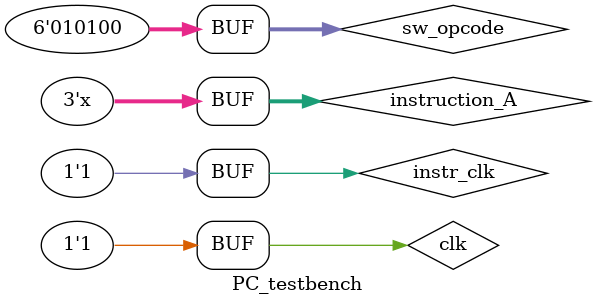
<source format=sv>
module PC_testbench;

    logic clk = 0, instr_clk = 0, rst = 1, RegWrite, MemWrite;
    logic[2:0] instruction_A = 0;
    logic[31:0] target_instruction;
    logic[31:0] probe_register_file, probe_data_memory;
    
    instruction_memory instruction_memory_inst(instr_clk, rst, instruction_A, target_instruction);
    PC PC_inst(clk, rst, instruction_A, RegWrite, MemWrite, probe_register_file, probe_data_memory);

    logic [5:0] opcode, sw_opcode = 6'b010100;
    assign opcode = target_instruction[31:26];
    assign RegWrite = opcode != 0 & opcode != sw_opcode;
    assign MemWrite = opcode == sw_opcode;

    initial begin
        #1; rst = 0; #1; rst = 1;
    end

    always
        begin
            instr_clk = 0;
            clk = 0; #10;
            instruction_A = (instruction_A + 1) % 5;
            if(instruction_A == 0) begin
                #5; rst = 0; #1; rst = 1; #3;
            end
            else #9; 
            instr_clk = 1; #1;
            clk = 1; #20;
        end

endmodule

</source>
